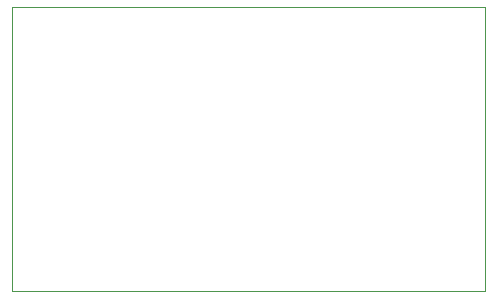
<source format=gbr>
%TF.GenerationSoftware,KiCad,Pcbnew,8.0.7*%
%TF.CreationDate,2025-01-12T01:40:56+08:00*%
%TF.ProjectId,power,706f7765-722e-46b6-9963-61645f706362,rev?*%
%TF.SameCoordinates,Original*%
%TF.FileFunction,Profile,NP*%
%FSLAX46Y46*%
G04 Gerber Fmt 4.6, Leading zero omitted, Abs format (unit mm)*
G04 Created by KiCad (PCBNEW 8.0.7) date 2025-01-12 01:40:56*
%MOMM*%
%LPD*%
G01*
G04 APERTURE LIST*
%TA.AperFunction,Profile*%
%ADD10C,0.050000*%
%TD*%
G04 APERTURE END LIST*
D10*
X150000000Y-61500000D02*
X190000000Y-61500000D01*
X190000000Y-85500000D01*
X150000000Y-85500000D01*
X150000000Y-61500000D01*
M02*

</source>
